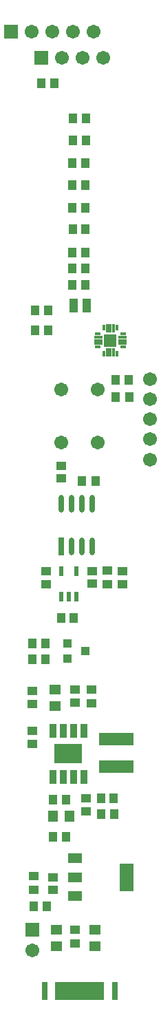
<source format=gts>
%FSLAX25Y25*%
%MOIN*%
G70*
G01*
G75*
G04 Layer_Color=8388736*
%ADD10R,0.03150X0.03937*%
%ADD11R,0.02362X0.07874*%
%ADD12R,0.01063X0.07874*%
%ADD13R,0.03937X0.03150*%
%ADD14R,0.05906X0.12992*%
%ADD15R,0.05906X0.03937*%
%ADD16R,0.01969X0.07874*%
%ADD17O,0.01969X0.07874*%
%ADD18R,0.05118X0.05118*%
%ADD19R,0.02362X0.00787*%
%ADD20R,0.03150X0.00787*%
%ADD21R,0.00787X0.02362*%
%ADD22R,0.00787X0.03150*%
%ADD23R,0.03150X0.02559*%
%ADD24R,0.15748X0.05118*%
%ADD25C,0.05906*%
%ADD26R,0.03937X0.04724*%
%ADD27R,0.12402X0.08898*%
%ADD28R,0.02400X0.05906*%
%ADD29R,0.04724X0.03937*%
%ADD30R,0.03150X0.03543*%
%ADD31R,0.03150X0.03543*%
%ADD32R,0.01575X0.03937*%
%ADD33C,0.00787*%
%ADD34C,0.01000*%
%ADD35C,0.01181*%
%ADD36C,0.03150*%
%ADD37C,0.03937*%
%ADD38C,0.02362*%
%ADD39C,0.01575*%
%ADD40R,0.05906X0.05906*%
%ADD41R,0.05906X0.05906*%
%ADD42C,0.01969*%
%ADD43C,0.03150*%
%ADD44C,0.01575*%
%ADD45C,0.00984*%
%ADD46C,0.00600*%
%ADD47C,0.00500*%
%ADD48C,0.00197*%
%ADD49C,0.00591*%
%ADD50C,0.00709*%
%ADD51C,0.00492*%
%ADD52R,0.03950X0.04737*%
%ADD53R,0.03162X0.08674*%
%ADD54R,0.01863X0.08674*%
%ADD55R,0.04737X0.03950*%
%ADD56R,0.06706X0.13792*%
%ADD57R,0.06706X0.04737*%
%ADD58R,0.02769X0.08674*%
%ADD59O,0.02769X0.08674*%
%ADD60R,0.05918X0.05918*%
%ADD61R,0.03162X0.01587*%
%ADD62R,0.03950X0.01587*%
%ADD63R,0.01587X0.03162*%
%ADD64R,0.01587X0.03950*%
%ADD65R,0.03950X0.03359*%
%ADD66R,0.16548X0.05918*%
%ADD67C,0.06706*%
%ADD68R,0.04737X0.05524*%
%ADD69R,0.13202X0.09698*%
%ADD70R,0.03200X0.06706*%
%ADD71R,0.05524X0.04737*%
%ADD72R,0.03950X0.04343*%
%ADD73R,0.03950X0.04343*%
%ADD74R,0.02375X0.04737*%
%ADD75R,0.06706X0.06706*%
%ADD76R,0.06706X0.06706*%
D52*
X28524Y-378796D02*
D03*
X34823D02*
D03*
X29310Y-31790D02*
D03*
X23010D02*
D03*
X25550Y-430500D02*
D03*
X19250D02*
D03*
X58110Y-385815D02*
D03*
X51811D02*
D03*
X65646Y-183730D02*
D03*
X58953D02*
D03*
X65160Y-175410D02*
D03*
X58860D02*
D03*
X26280Y-151560D02*
D03*
X19980D02*
D03*
X26140Y-141770D02*
D03*
X19840D02*
D03*
X44280Y-121420D02*
D03*
X37980D02*
D03*
X44250Y-113702D02*
D03*
X37951D02*
D03*
X44370Y-102430D02*
D03*
X38070D02*
D03*
X44345Y-92143D02*
D03*
X38045D02*
D03*
X44330Y-81320D02*
D03*
X38030D02*
D03*
X44350Y-70378D02*
D03*
X38050D02*
D03*
X44500Y-59490D02*
D03*
X38200D02*
D03*
X44485Y-48700D02*
D03*
X38186D02*
D03*
X42513Y-224342D02*
D03*
X49207D02*
D03*
X58040Y-378035D02*
D03*
X51741D02*
D03*
X28450Y-396730D02*
D03*
X34750D02*
D03*
X24850Y-303142D02*
D03*
X18551D02*
D03*
X24850Y-310682D02*
D03*
X18551D02*
D03*
X32409Y-290718D02*
D03*
X38708D02*
D03*
X37840Y-129600D02*
D03*
X44140D02*
D03*
D53*
X58438Y-471340D02*
D03*
X24422D02*
D03*
D54*
X52257D02*
D03*
X50288D02*
D03*
X48320D02*
D03*
X46351D02*
D03*
X44383D02*
D03*
X40446D02*
D03*
X38477D02*
D03*
X36509D02*
D03*
X34540D02*
D03*
X32572D02*
D03*
X30603D02*
D03*
X42414D02*
D03*
D55*
X28470Y-422629D02*
D03*
Y-416330D02*
D03*
X19260Y-415943D02*
D03*
Y-422636D02*
D03*
X62300Y-274350D02*
D03*
Y-268050D02*
D03*
X44418Y-378028D02*
D03*
Y-384328D02*
D03*
X18561Y-345360D02*
D03*
Y-351660D02*
D03*
X18571Y-326040D02*
D03*
Y-332340D02*
D03*
X39391Y-325621D02*
D03*
Y-331921D02*
D03*
X47251Y-325355D02*
D03*
Y-332048D02*
D03*
X25130Y-268110D02*
D03*
Y-274410D02*
D03*
X47500Y-268000D02*
D03*
Y-274300D02*
D03*
X54980Y-267704D02*
D03*
Y-274396D02*
D03*
X39303Y-448554D02*
D03*
Y-441861D02*
D03*
X32600Y-223300D02*
D03*
Y-217000D02*
D03*
D56*
X64072Y-416340D02*
D03*
D57*
X39268Y-425395D02*
D03*
Y-416340D02*
D03*
Y-407285D02*
D03*
D58*
X32538Y-256096D02*
D03*
D59*
X47538Y-235624D02*
D03*
X42538D02*
D03*
X37538D02*
D03*
X32538D02*
D03*
X47538Y-256096D02*
D03*
X42538D02*
D03*
X37538D02*
D03*
D60*
X56380Y-156400D02*
D03*
D61*
X50081Y-159550D02*
D03*
Y-153250D02*
D03*
X62679D02*
D03*
Y-159550D02*
D03*
D62*
X50475Y-157975D02*
D03*
Y-156400D02*
D03*
Y-154825D02*
D03*
X62286D02*
D03*
Y-156400D02*
D03*
Y-157975D02*
D03*
D63*
X53230Y-150101D02*
D03*
X59530D02*
D03*
Y-162699D02*
D03*
X53230D02*
D03*
D64*
X54805Y-150495D02*
D03*
X56380D02*
D03*
X57955D02*
D03*
Y-162305D02*
D03*
X56380D02*
D03*
X54805D02*
D03*
D65*
X44859Y-137733D02*
D03*
X38560D02*
D03*
X44859Y-141080D02*
D03*
X38560D02*
D03*
D66*
X59263Y-362871D02*
D03*
Y-349486D02*
D03*
D67*
X75646Y-204319D02*
D03*
Y-194587D02*
D03*
Y-214052D02*
D03*
Y-175122D02*
D03*
Y-184854D02*
D03*
X18110Y-6700D02*
D03*
X28110D02*
D03*
X38110D02*
D03*
X48110D02*
D03*
X32950Y-19540D02*
D03*
X42950D02*
D03*
X52950D02*
D03*
X18494Y-451912D02*
D03*
X32452Y-205665D02*
D03*
X50168D02*
D03*
X32452Y-180075D02*
D03*
X50168D02*
D03*
D68*
X28547Y-386906D02*
D03*
X36421D02*
D03*
D69*
X36035Y-356607D02*
D03*
D70*
X43535Y-345357D02*
D03*
X38535D02*
D03*
X33535D02*
D03*
X28535D02*
D03*
Y-367857D02*
D03*
X33535D02*
D03*
X38535D02*
D03*
X43535D02*
D03*
D71*
X29521Y-325634D02*
D03*
Y-333508D02*
D03*
X30333Y-449823D02*
D03*
Y-441949D02*
D03*
X48976Y-449745D02*
D03*
Y-441871D02*
D03*
D72*
X44172Y-306888D02*
D03*
X35510Y-303148D02*
D03*
D73*
Y-310628D02*
D03*
D74*
X32540Y-280378D02*
D03*
X40020D02*
D03*
X36280D02*
D03*
X40020Y-268173D02*
D03*
X32540D02*
D03*
D75*
X8110Y-6700D02*
D03*
X22950Y-19540D02*
D03*
D76*
X18494Y-441912D02*
D03*
M02*

</source>
